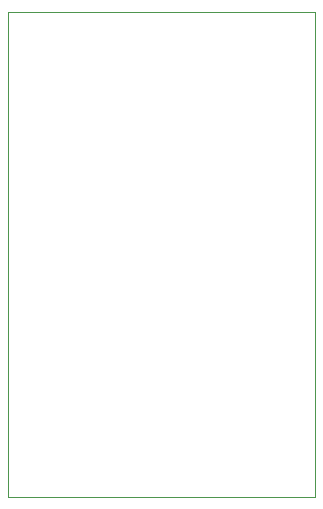
<source format=gbr>
%TF.GenerationSoftware,KiCad,Pcbnew,(5.1.9)-1*%
%TF.CreationDate,2021-05-05T17:41:09+02:00*%
%TF.ProjectId,Driverino,44726976-6572-4696-9e6f-2e6b69636164,rev?*%
%TF.SameCoordinates,Original*%
%TF.FileFunction,Profile,NP*%
%FSLAX46Y46*%
G04 Gerber Fmt 4.6, Leading zero omitted, Abs format (unit mm)*
G04 Created by KiCad (PCBNEW (5.1.9)-1) date 2021-05-05 17:41:09*
%MOMM*%
%LPD*%
G01*
G04 APERTURE LIST*
%TA.AperFunction,Profile*%
%ADD10C,0.050000*%
%TD*%
G04 APERTURE END LIST*
D10*
X158000000Y-76000000D02*
X132000000Y-76000000D01*
X158000000Y-117000000D02*
X158000000Y-76000000D01*
X132000000Y-117000000D02*
X158000000Y-117000000D01*
X132000000Y-76000000D02*
X132000000Y-117000000D01*
M02*

</source>
